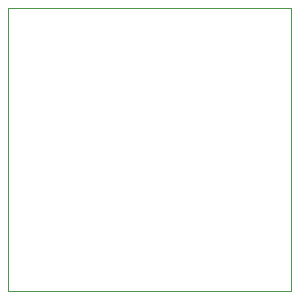
<source format=gbr>
%TF.GenerationSoftware,KiCad,Pcbnew,7.0.10*%
%TF.CreationDate,2026-02-12T12:37:37+08:00*%
%TF.ProjectId,NeepNeep-DAC-V2,4e656570-4e65-4657-902d-4441432d5632,V2*%
%TF.SameCoordinates,Original*%
%TF.FileFunction,Profile,NP*%
%FSLAX46Y46*%
G04 Gerber Fmt 4.6, Leading zero omitted, Abs format (unit mm)*
G04 Created by KiCad (PCBNEW 7.0.10) date 2026-02-12 12:37:37*
%MOMM*%
%LPD*%
G01*
G04 APERTURE LIST*
%TA.AperFunction,Profile*%
%ADD10C,0.100000*%
%TD*%
G04 APERTURE END LIST*
D10*
X-12000000Y12000000D02*
X12000000Y12000000D01*
X12000000Y-12000000D01*
X-12000000Y-12000000D01*
X-12000000Y12000000D01*
M02*

</source>
